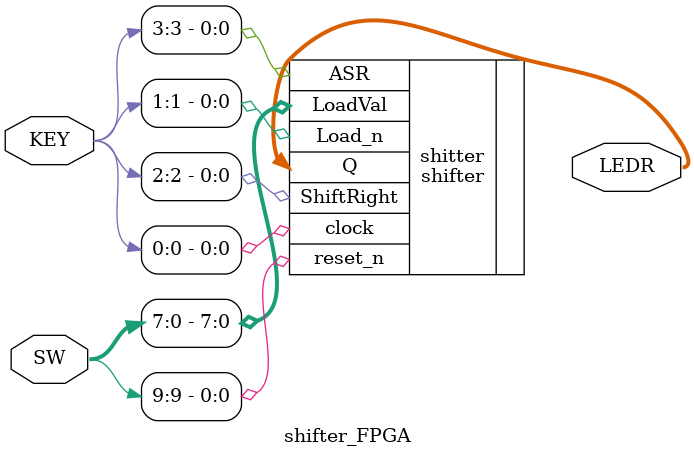
<source format=v>
module shifter_FPGA(LEDR, SW, KEY);
    input [9:0] SW;
    input [3:0] KEY;
    output [7:0] LEDR;

    shifter shitter(
        .Q(LEDR[7:0]),
        .LoadVal(SW[7:0]),
        .Load_n(KEY[1]),
        .ShiftRight(KEY[2]),
        .ASR(KEY[3]),
        .clock(KEY[0]),
        .reset_n(SW[9])
    );

endmodule // shifter_FPGA
</source>
